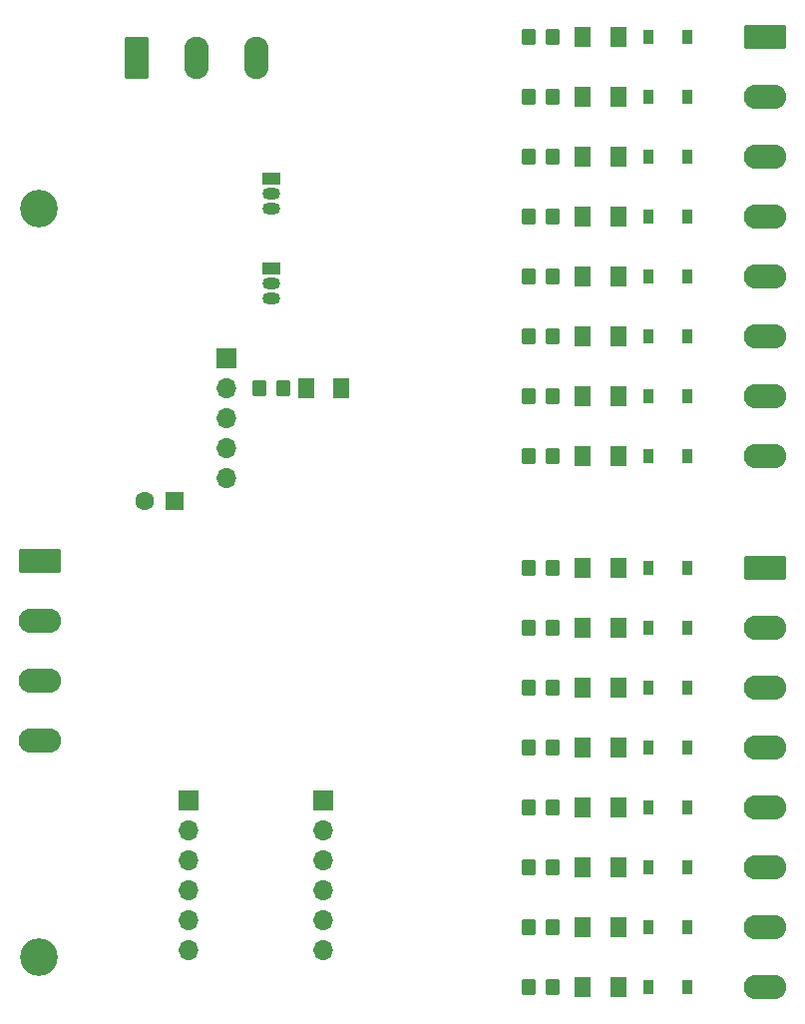
<source format=gbr>
%TF.GenerationSoftware,KiCad,Pcbnew,(5.99.0-9393-ga28cb98626)*%
%TF.CreationDate,2021-05-07T15:11:42-07:00*%
%TF.ProjectId,R_Switch,525f5377-6974-4636-982e-6b696361645f,B*%
%TF.SameCoordinates,Original*%
%TF.FileFunction,Soldermask,Bot*%
%TF.FilePolarity,Negative*%
%FSLAX46Y46*%
G04 Gerber Fmt 4.6, Leading zero omitted, Abs format (unit mm)*
G04 Created by KiCad (PCBNEW (5.99.0-9393-ga28cb98626)) date 2021-05-07 15:11:42*
%MOMM*%
%LPD*%
G01*
G04 APERTURE LIST*
G04 Aperture macros list*
%AMRoundRect*
0 Rectangle with rounded corners*
0 $1 Rounding radius*
0 $2 $3 $4 $5 $6 $7 $8 $9 X,Y pos of 4 corners*
0 Add a 4 corners polygon primitive as box body*
4,1,4,$2,$3,$4,$5,$6,$7,$8,$9,$2,$3,0*
0 Add four circle primitives for the rounded corners*
1,1,$1+$1,$2,$3*
1,1,$1+$1,$4,$5*
1,1,$1+$1,$6,$7*
1,1,$1+$1,$8,$9*
0 Add four rect primitives between the rounded corners*
20,1,$1+$1,$2,$3,$4,$5,0*
20,1,$1+$1,$4,$5,$6,$7,0*
20,1,$1+$1,$6,$7,$8,$9,0*
20,1,$1+$1,$8,$9,$2,$3,0*%
G04 Aperture macros list end*
%ADD10R,1.700000X1.700000*%
%ADD11O,1.700000X1.700000*%
%ADD12C,3.200000*%
%ADD13R,1.500000X1.050000*%
%ADD14O,1.500000X1.050000*%
%ADD15R,1.600000X1.600000*%
%ADD16C,1.600000*%
%ADD17R,0.900000X1.200000*%
%ADD18RoundRect,0.250001X0.462499X0.624999X-0.462499X0.624999X-0.462499X-0.624999X0.462499X-0.624999X0*%
%ADD19RoundRect,0.250000X0.350000X0.450000X-0.350000X0.450000X-0.350000X-0.450000X0.350000X-0.450000X0*%
%ADD20RoundRect,0.249999X-1.550001X0.790001X-1.550001X-0.790001X1.550001X-0.790001X1.550001X0.790001X0*%
%ADD21O,3.600000X2.080000*%
%ADD22RoundRect,0.249999X-0.790001X-1.550001X0.790001X-1.550001X0.790001X1.550001X-0.790001X1.550001X0*%
%ADD23O,2.080000X3.600000*%
G04 APERTURE END LIST*
D10*
%TO.C,J3*%
X137795000Y-114935000D03*
D11*
X137795000Y-117475000D03*
X137795000Y-120015000D03*
X137795000Y-122555000D03*
X137795000Y-125095000D03*
X137795000Y-127635000D03*
%TD*%
D12*
%TO.C,H2*%
X125095000Y-128270000D03*
%TD*%
D10*
%TO.C,J2*%
X149225000Y-114935000D03*
D11*
X149225000Y-117475000D03*
X149225000Y-120015000D03*
X149225000Y-122555000D03*
X149225000Y-125095000D03*
X149225000Y-127635000D03*
%TD*%
D13*
%TO.C,Q10*%
X144822500Y-69850000D03*
D14*
X144822500Y-71120000D03*
X144822500Y-72390000D03*
%TD*%
D15*
%TO.C,C1*%
X136547613Y-89535000D03*
D16*
X134047613Y-89535000D03*
%TD*%
D13*
%TO.C,Q9*%
X144822500Y-62230000D03*
D14*
X144822500Y-63500000D03*
X144822500Y-64770000D03*
%TD*%
D10*
%TO.C,J4*%
X140970000Y-77475000D03*
D11*
X140970000Y-80015000D03*
X140970000Y-82555000D03*
X140970000Y-85095000D03*
X140970000Y-87635000D03*
%TD*%
D12*
%TO.C,H1*%
X125095000Y-64770000D03*
%TD*%
D17*
%TO.C,D11*%
X180085000Y-95250000D03*
X176785000Y-95250000D03*
%TD*%
D18*
%TO.C,D2*%
X150712500Y-80010000D03*
X147737500Y-80010000D03*
%TD*%
%TO.C,D28*%
X174207500Y-55245000D03*
X171232500Y-55245000D03*
%TD*%
D19*
%TO.C,R10*%
X168640000Y-110490000D03*
X166640000Y-110490000D03*
%TD*%
D18*
%TO.C,D32*%
X174207500Y-75565000D03*
X171232500Y-75565000D03*
%TD*%
D19*
%TO.C,R32*%
X168640000Y-55245000D03*
X166640000Y-55245000D03*
%TD*%
%TO.C,R37*%
X168640000Y-80645000D03*
X166640000Y-80645000D03*
%TD*%
%TO.C,R33*%
X168640000Y-60325000D03*
X166640000Y-60325000D03*
%TD*%
D17*
%TO.C,D35*%
X180085000Y-50165000D03*
X176785000Y-50165000D03*
%TD*%
%TO.C,D41*%
X180085000Y-80645000D03*
X176785000Y-80645000D03*
%TD*%
D18*
%TO.C,D29*%
X174207500Y-60325000D03*
X171232500Y-60325000D03*
%TD*%
%TO.C,D6*%
X174207500Y-110490000D03*
X171232500Y-110490000D03*
%TD*%
D19*
%TO.C,R38*%
X168640000Y-85725000D03*
X166640000Y-85725000D03*
%TD*%
D18*
%TO.C,D5*%
X174207500Y-105410000D03*
X171232500Y-105410000D03*
%TD*%
D19*
%TO.C,R8*%
X168640000Y-100330000D03*
X166640000Y-100330000D03*
%TD*%
D17*
%TO.C,D14*%
X180085000Y-110490000D03*
X176785000Y-110490000D03*
%TD*%
D19*
%TO.C,R35*%
X168640000Y-70485000D03*
X166640000Y-70485000D03*
%TD*%
%TO.C,R13*%
X168640000Y-125730000D03*
X166640000Y-125730000D03*
%TD*%
%TO.C,R14*%
X168640000Y-130810000D03*
X166640000Y-130810000D03*
%TD*%
D20*
%TO.C,J5*%
X186690000Y-50165000D03*
D21*
X186690000Y-55245000D03*
X186690000Y-60325000D03*
X186690000Y-65405000D03*
X186690000Y-70485000D03*
X186690000Y-75565000D03*
X186690000Y-80645000D03*
X186690000Y-85725000D03*
%TD*%
D17*
%TO.C,D37*%
X180085000Y-60325000D03*
X176785000Y-60325000D03*
%TD*%
D18*
%TO.C,D9*%
X174207500Y-125730000D03*
X171232500Y-125730000D03*
%TD*%
%TO.C,D33*%
X174207500Y-80645000D03*
X171232500Y-80645000D03*
%TD*%
%TO.C,D30*%
X174207500Y-65405000D03*
X171232500Y-65405000D03*
%TD*%
D20*
%TO.C,J6*%
X186690000Y-95250000D03*
D21*
X186690000Y-100330000D03*
X186690000Y-105410000D03*
X186690000Y-110490000D03*
X186690000Y-115570000D03*
X186690000Y-120650000D03*
X186690000Y-125730000D03*
X186690000Y-130810000D03*
%TD*%
D18*
%TO.C,D27*%
X174207500Y-50165000D03*
X171232500Y-50165000D03*
%TD*%
D19*
%TO.C,R34*%
X168640000Y-65405000D03*
X166640000Y-65405000D03*
%TD*%
D18*
%TO.C,D10*%
X174207500Y-130810000D03*
X171232500Y-130810000D03*
%TD*%
D17*
%TO.C,D13*%
X180085000Y-105410000D03*
X176785000Y-105410000D03*
%TD*%
D22*
%TO.C,J7*%
X133350000Y-51982500D03*
D23*
X138430000Y-51982500D03*
X143510000Y-51982500D03*
%TD*%
D19*
%TO.C,R7*%
X168640000Y-95250000D03*
X166640000Y-95250000D03*
%TD*%
%TO.C,R9*%
X168640000Y-105410000D03*
X166640000Y-105410000D03*
%TD*%
D18*
%TO.C,D4*%
X174207500Y-100330000D03*
X171232500Y-100330000D03*
%TD*%
D17*
%TO.C,D39*%
X180085000Y-70485000D03*
X176785000Y-70485000D03*
%TD*%
%TO.C,D18*%
X180085000Y-130810000D03*
X176785000Y-130810000D03*
%TD*%
D19*
%TO.C,R36*%
X168640000Y-75565000D03*
X166640000Y-75565000D03*
%TD*%
D17*
%TO.C,D36*%
X180085000Y-55245000D03*
X176785000Y-55245000D03*
%TD*%
%TO.C,D15*%
X180085000Y-115570000D03*
X176785000Y-115570000D03*
%TD*%
D18*
%TO.C,D7*%
X174207500Y-115570000D03*
X171232500Y-115570000D03*
%TD*%
%TO.C,D3*%
X174207500Y-95250000D03*
X171232500Y-95250000D03*
%TD*%
%TO.C,D31*%
X174207500Y-70485000D03*
X171232500Y-70485000D03*
%TD*%
D17*
%TO.C,D17*%
X180085000Y-125730000D03*
X176785000Y-125730000D03*
%TD*%
%TO.C,D42*%
X180085000Y-85725000D03*
X176785000Y-85725000D03*
%TD*%
D19*
%TO.C,R6*%
X145780000Y-80010000D03*
X143780000Y-80010000D03*
%TD*%
D17*
%TO.C,D16*%
X180085000Y-120650000D03*
X176785000Y-120650000D03*
%TD*%
D18*
%TO.C,D34*%
X174207500Y-85725000D03*
X171232500Y-85725000D03*
%TD*%
D19*
%TO.C,R11*%
X168640000Y-115570000D03*
X166640000Y-115570000D03*
%TD*%
D17*
%TO.C,D40*%
X180085000Y-75565000D03*
X176785000Y-75565000D03*
%TD*%
%TO.C,D38*%
X180085000Y-65405000D03*
X176785000Y-65405000D03*
%TD*%
D19*
%TO.C,R12*%
X168640000Y-120650000D03*
X166640000Y-120650000D03*
%TD*%
D17*
%TO.C,D12*%
X180085000Y-100330000D03*
X176785000Y-100330000D03*
%TD*%
D18*
%TO.C,D8*%
X174207500Y-120650000D03*
X171232500Y-120650000D03*
%TD*%
D19*
%TO.C,R31*%
X168640000Y-50165000D03*
X166640000Y-50165000D03*
%TD*%
D20*
%TO.C,J1*%
X125182500Y-94615000D03*
D21*
X125182500Y-99695000D03*
X125182500Y-104775000D03*
X125182500Y-109855000D03*
%TD*%
M02*

</source>
